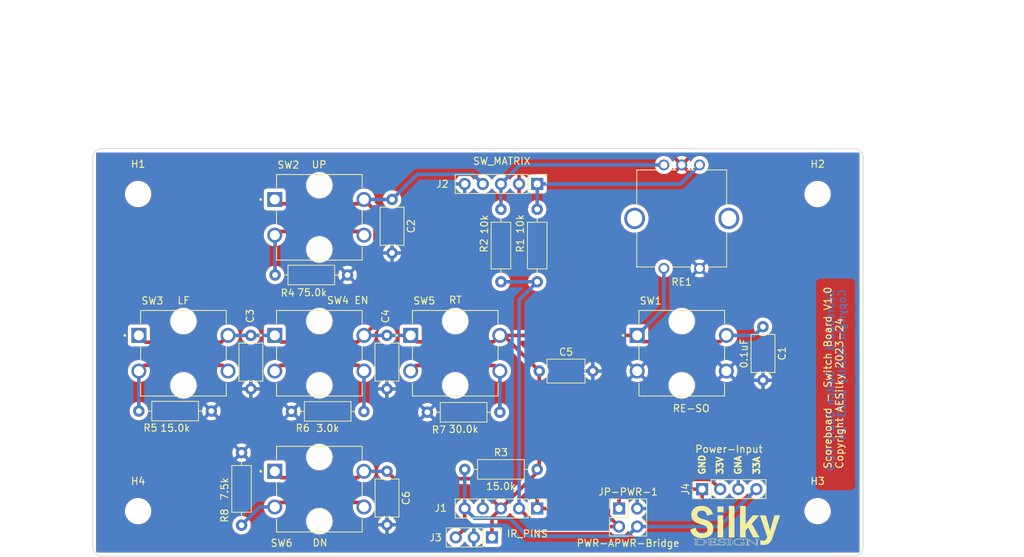
<source format=kicad_pcb>
(kicad_pcb (version 20221018) (generator pcbnew)
  (title_block (title "Portable Score Board - Linear Indicator Switches") (date "2024-06-23") (rev "1.0a") (company "AESilky") (comment 1 "Copyright 2023-24 AESilky") (comment 3 "a=Value/Silkscreen Changes Only") (comment 4 "Linear Indicator Switches for Score Board Assy"))
  (layers (0 "F.Cu" signal) (31 "B.Cu" signal) (34 "B.Paste" user) (35 "F.Paste" user) (36 "B.SilkS" user "B.Silkscreen") (37 "F.SilkS" user "F.Silkscreen") (38 "B.Mask" user) (39 "F.Mask" user) (44 "Edge.Cuts" user))
  (net 0 "")
  (net 1 "/SW_MTRX")
  (net 2 "GNDA")
  (net 3 "GND")
  (net 4 "+3.3V")
  (net 5 "+3.3VA")
  (net 6 "/RE_A")
  (net 7 "/RE_B")
  (net 8 "Net-(R4-Pad2)")
  (net 9 "Net-(R5-Pad2)")
  (net 10 "Net-(R6-Pad2)")
  (net 11 "Net-(R7-Pad2)")
  (net 12 "Net-(R8-Pad2)")
  (footprint "MountingHole:MountingHole_3.2mm_M3" (layer "F.Cu") (at 65.61 100.85)
    (fp_text reference "H1" (at 0 -4.2) (layer "F.SilkS"))
    (fp_text value "MountingHole")
    (pad "" np_thru_hole circle locked (at 0 0) (size 3.2 3.2) (drill 3.2) (layers "*.Cu" "*.Mask"))
  )
  (footprint "AES_Library:AES-SW_PUSH_TH_1P1T_12mm" (layer "F.Cu") (at 71.967 123.166)
    (fp_text reference "SW3" (at -4.35 -7.345) (layer "F.SilkS"))
    (fp_text value "LF" (at 0.016 -7.389) (layer "F.SilkS"))
    (fp_circle (center 0 -4.5) (end 1.85 -4.5) (stroke (width 0.05)) (fill none) (layer "Edge.Cuts"))
    (fp_circle (center 0 4.5) (end 1.85 4.5) (stroke (width 0.05)) (fill none) (layer "Edge.Cuts"))
    (pad "1" thru_hole rect locked (at -6.25 -2.5) (size 2.1 2.1) (drill 1.4) (layers "*.Cu" "*.Mask") (net 1 "/SW_MTRX"))
    (pad "2" thru_hole circle locked (at 6.25 -2.5) (size 2.1 2.1) (drill 1.4) (layers "*.Cu" "*.Mask") (net 1 "/SW_MTRX"))
    (pad "3" thru_hole circle locked (at -6.25 2.5) (size 2.1 2.1) (drill 1.4) (layers "*.Cu" "*.Mask") (net 9 "Net-(R5-Pad2)"))
    (pad "4" thru_hole circle locked (at 6.25 2.5) (size 2.1 2.1) (drill 1.4) (layers "*.Cu" "*.Mask") (net 9 "Net-(R5-Pad2)"))
  )
  (footprint "Resistor_THT:R_Axial_DIN0207_L6.3mm_D2.5mm_P10.16mm_Horizontal" (layer "F.Cu") (at 75.877 131.273 180)
    (fp_text reference "R5" (at 8.541 -2.361) (layer "F.SilkS"))
    (fp_text value "15.0k" (at 5.064 -2.378) (layer "F.SilkS"))
    (pad "1" thru_hole circle (at 0 0 180) (size 1.6 1.6) (drill 0.8) (layers "*.Cu" "*.Mask") (net 2 "GNDA"))
    (pad "2" thru_hole oval (at 10.16 0 180) (size 1.6 1.6) (drill 0.8) (layers "*.Cu" "*.Mask") (net 9 "Net-(R5-Pad2)"))
  )
  (footprint "AES_Library:AES-SW_PUSH_TH_1P1T_12mm" (layer "F.Cu") (at 91.017 104.116)
    (fp_text reference "SW2" (at -4.35 -7.345) (layer "F.SilkS"))
    (fp_text value "UP" (at -0.036 -7.386) (layer "F.SilkS"))
    (fp_circle (center 0 -4.5) (end 1.85 -4.5) (stroke (width 0.05)) (fill none) (layer "Edge.Cuts"))
    (fp_circle (center 0 4.5) (end 1.85 4.5) (stroke (width 0.05)) (fill none) (layer "Edge.Cuts"))
    (pad "1" thru_hole rect locked (at -6.25 -2.5) (size 2.1 2.1) (drill 1.4) (layers "*.Cu" "*.Mask") (net 1 "/SW_MTRX"))
    (pad "2" thru_hole circle locked (at 6.25 -2.5) (size 2.1 2.1) (drill 1.4) (layers "*.Cu" "*.Mask") (net 1 "/SW_MTRX"))
    (pad "3" thru_hole circle locked (at -6.25 2.5) (size 2.1 2.1) (drill 1.4) (layers "*.Cu" "*.Mask") (net 8 "Net-(R4-Pad2)"))
    (pad "4" thru_hole circle locked (at 6.25 2.5) (size 2.1 2.1) (drill 1.4) (layers "*.Cu" "*.Mask") (net 8 "Net-(R4-Pad2)"))
  )
  (footprint "AES_Library:AES-SW_PUSH_TH_1P1T_12mm" (layer "F.Cu") (at 110.067 123.166)
    (fp_text reference "SW5" (at -4.35 -7.345) (layer "F.SilkS"))
    (fp_text value "RT" (at 0.022 -7.459) (layer "F.SilkS"))
    (fp_circle (center 0 -4.5) (end 1.85 -4.5) (stroke (width 0.05)) (fill none) (layer "Edge.Cuts"))
    (fp_circle (center 0 4.5) (end 1.85 4.5) (stroke (width 0.05)) (fill none) (layer "Edge.Cuts"))
    (pad "1" thru_hole rect locked (at -6.25 -2.5) (size 2.1 2.1) (drill 1.4) (layers "*.Cu" "*.Mask") (net 1 "/SW_MTRX"))
    (pad "2" thru_hole circle locked (at 6.25 -2.5) (size 2.1 2.1) (drill 1.4) (layers "*.Cu" "*.Mask") (net 1 "/SW_MTRX"))
    (pad "3" thru_hole circle locked (at -6.25 2.5) (size 2.1 2.1) (drill 1.4) (layers "*.Cu" "*.Mask") (net 11 "Net-(R7-Pad2)"))
    (pad "4" thru_hole circle locked (at 6.25 2.5) (size 2.1 2.1) (drill 1.4) (layers "*.Cu" "*.Mask") (net 11 "Net-(R7-Pad2)"))
  )
  (footprint "Capacitor_THT:C_Axial_L5.1mm_D3.1mm_P7.50mm_Horizontal" (layer "F.Cu") (at 81.412 120.666 -90)
    (fp_text reference "C3" (at -2.725 0.104 90) (layer "F.SilkS"))
    (fp_text value "0.1uF" hide)
    (pad "1" thru_hole circle (at 0 0 270) (size 1.6 1.6) (drill 0.8) (layers "*.Cu" "*.Mask") (net 1 "/SW_MTRX"))
    (pad "2" thru_hole oval (at 7.5 0 270) (size 1.6 1.6) (drill 0.8) (layers "*.Cu" "*.Mask") (net 2 "GNDA"))
  )
  (footprint "Resistor_THT:R_Axial_DIN0207_L6.3mm_D2.5mm_P10.16mm_Horizontal" (layer "F.Cu") (at 94.969 112.199 180)
    (fp_text reference "R4" (at 8.382 -2.528) (layer "F.SilkS"))
    (fp_text value "75.0k" (at 4.975 -2.465) (layer "F.SilkS"))
    (pad "1" thru_hole circle (at 0 0 180) (size 1.6 1.6) (drill 0.8) (layers "*.Cu" "*.Mask") (net 2 "GNDA"))
    (pad "2" thru_hole oval (at 10.16 0 180) (size 1.6 1.6) (drill 0.8) (layers "*.Cu" "*.Mask") (net 8 "Net-(R4-Pad2)"))
  )
  (footprint "Resistor_THT:R_Axial_DIN0207_L6.3mm_D2.5mm_P10.16mm_Horizontal" (layer "F.Cu") (at 87.107 131.323)
    (fp_text reference "R6" (at 1.58 2.337) (layer "F.SilkS"))
    (fp_text value "3.0k" (at 5.08 2.37) (layer "F.SilkS"))
    (pad "1" thru_hole circle (at 0 0) (size 1.6 1.6) (drill 0.8) (layers "*.Cu" "*.Mask") (net 2 "GNDA"))
    (pad "2" thru_hole oval (at 10.16 0) (size 1.6 1.6) (drill 0.8) (layers "*.Cu" "*.Mask") (net 10 "Net-(R6-Pad2)"))
  )
  (footprint "Capacitor_THT:C_Axial_L5.1mm_D3.1mm_P7.50mm_Horizontal" (layer "F.Cu") (at 100.486 120.666 -90)
    (fp_text reference "C4" (at -2.686 0.2 90) (layer "F.SilkS"))
    (fp_text value "0.1uF" hide)
    (pad "1" thru_hole circle (at 0 0 270) (size 1.6 1.6) (drill 0.8) (layers "*.Cu" "*.Mask") (net 1 "/SW_MTRX"))
    (pad "2" thru_hole oval (at 7.5 0 270) (size 1.6 1.6) (drill 0.8) (layers "*.Cu" "*.Mask") (net 2 "GNDA"))
  )
  (footprint "Connector_PinHeader_2.54mm:PinHeader_2x02_P2.54mm_Vertical" (layer "F.Cu") (at 133.026 144.926)
    (fp_text reference "JP-PWR-1" (at 1.27 -2.33) (layer "F.SilkS"))
    (fp_text value "PWR-APWR-Bridge" (at 1.27 4.87) (layer "F.SilkS"))
    (pad "1" thru_hole rect (at 0 0) (size 1.7 1.7) (drill 1) (layers "*.Cu" "*.Mask") (net 3 "GND"))
    (pad "2" thru_hole oval (at 2.54 0) (size 1.7 1.7) (drill 1) (layers "*.Cu" "*.Mask") (net 2 "GNDA"))
    (pad "3" thru_hole oval (at 0 2.54) (size 1.7 1.7) (drill 1) (layers "*.Cu" "*.Mask") (net 4 "+3.3V"))
    (pad "4" thru_hole oval (at 2.54 2.54) (size 1.7 1.7) (drill 1) (layers "*.Cu" "*.Mask") (net 5 "+3.3VA"))
  )
  (footprint "MountingHole:MountingHole_3.2mm_M3" (layer "F.Cu") (at 160.86 100.85)
    (fp_text reference "H2" (at 0 -4.2) (layer "F.SilkS"))
    (fp_text value "MountingHole")
    (pad "" np_thru_hole circle locked (at 0 0) (size 3.2 3.2) (drill 3.2) (layers "*.Cu" "*.Mask"))
  )
  (footprint "AES_Library:AES-SW_PUSH_TH_1P1T_12mm" (layer "F.Cu") (at 91.017 142.216)
    (fp_text reference "SW6" (at -5.295 7.566) (layer "F.SilkS"))
    (fp_text value "DN" (at 0.093 7.526) (layer "F.SilkS"))
    (fp_circle (center 0 -4.5) (end 1.85 -4.5) (stroke (width 0.05)) (fill none) (layer "Edge.Cuts"))
    (fp_circle (center 0 4.5) (end 1.85 4.5) (stroke (width 0.05)) (fill none) (layer "Edge.Cuts"))
    (pad "1" thru_hole rect locked (at -6.25 -2.5) (size 2.1 2.1) (drill 1.4) (layers "*.Cu" "*.Mask") (net 1 "/SW_MTRX"))
    (pad "2" thru_hole circle locked (at 6.25 -2.5) (size 2.1 2.1) (drill 1.4) (layers "*.Cu" "*.Mask") (net 1 "/SW_MTRX"))
    (pad "3" thru_hole circle locked (at -6.25 2.5) (size 2.1 2.1) (drill 1.4) (layers "*.Cu" "*.Mask") (net 12 "Net-(R8-Pad2)"))
    (pad "4" thru_hole circle locked (at 6.25 2.5) (size 2.1 2.1) (drill 1.4) (layers "*.Cu" "*.Mask") (net 12 "Net-(R8-Pad2)"))
  )
  (footprint "Capacitor_THT:C_Axial_L5.1mm_D3.1mm_P7.50mm_Horizontal" (layer "F.Cu") (at 100.499 139.716 -90)
    (fp_text reference "C6" (at 3.75 -2.67 90) (layer "F.SilkS"))
    (fp_text value "0.1uF" hide)
    (pad "1" thru_hole circle (at 0 0 270) (size 1.6 1.6) (drill 0.8) (layers "*.Cu" "*.Mask") (net 1 "/SW_MTRX"))
    (pad "2" thru_hole oval (at 7.5 0 270) (size 1.6 1.6) (drill 0.8) (layers "*.Cu" "*.Mask") (net 2 "GNDA"))
  )
  (footprint "Capacitor_THT:C_Axial_L5.1mm_D3.1mm_P7.50mm_Horizontal" (layer "F.Cu") (at 153.202 119.451 -90)
    (fp_text reference "C1" (at 3.75 -2.67 -90) (layer "F.SilkS"))
    (fp_text value "0.1uF" (at 3.75 2.67 -90) (layer "F.SilkS"))
    (pad "1" thru_hole circle (at 0 0 270) (size 1.6 1.6) (drill 0.8) (layers "*.Cu" "*.Mask") (net 1 "/SW_MTRX"))
    (pad "2" thru_hole oval (at 7.5 0 270) (size 1.6 1.6) (drill 0.8) (layers "*.Cu" "*.Mask") (net 2 "GNDA"))
  )
  (footprint "AES_Library:SILKY-DESIGN-logo-0_50-AES" (layer "F.Cu") (at 149.342 147.35)
    (fp_text reference "G1" hide)
    (fp_text value "LOGO" hide)
  )
  (footprint "AES_Library:AES-SW_PUSH_TH_1P1T_12mm" (layer "F.Cu") (at 91.017 123.166)
    (fp_text reference "SW4" (at 2.609 -7.409) (layer "F.SilkS"))
    (fp_text value "EN" (at 5.896 -7.409) (layer "F.SilkS"))
    (fp_circle (center 0 -4.5) (end 1.85 -4.5) (stroke (width 0.05)) (fill none) (layer "Edge.Cuts"))
    (fp_circle (center 0 4.5) (end 1.85 4.5) (stroke (width 0.05)) (fill none) (layer "Edge.Cuts"))
    (pad "1" thru_hole rect locked (at -6.25 -2.5) (size 2.1 2.1) (drill 1.4) (layers "*.Cu" "*.Mask") (net 1 "/SW_MTRX"))
    (pad "2" thru_hole circle locked (at 6.25 -2.5) (size 2.1 2.1) (drill 1.4) (layers "*.Cu" "*.Mask") (net 1 "/SW_MTRX"))
    (pad "3" thru_hole circle locked (at -6.25 2.5) (size 2.1 2.1) (drill 1.4) (layers "*.Cu" "*.Mask") (net 10 "Net-(R6-Pad2)"))
    (pad "4" thru_hole circle locked (at 6.25 2.5) (size 2.1 2.1) (drill 1.4) (layers "*.Cu" "*.Mask") (net 10 "Net-(R6-Pad2)"))
  )
  (footprint "Resistor_THT:R_Axial_DIN0207_L6.3mm_D2.5mm_P10.16mm_Horizontal" (layer "F.Cu") (at 106.157 131.437)
    (fp_text reference "R7" (at 1.622 2.466) (layer "F.SilkS"))
    (fp_text value "30.0k" (at 5.08 2.37) (layer "F.SilkS"))
    (pad "1" thru_hole circle (at 0 0) (size 1.6 1.6) (drill 0.8) (layers "*.Cu" "*.Mask") (net 2 "GNDA"))
    (pad "2" thru_hole oval (at 10.16 0) (size 1.6 1.6) (drill 0.8) (layers "*.Cu" "*.Mask") (net 11 "Net-(R7-Pad2)"))
  )
  (footprint "Connector_PinHeader_2.54mm:PinHeader_1x04_P2.54mm_Vertical" (layer "F.Cu") (at 144.663 142.217 90)
    (fp_text reference "J4" (at 0 -2.33 90) (layer "F.SilkS"))
    (fp_text value "Power-Input" (at 5.613 3.771 180) (layer "F.SilkS"))
    (pad "1" thru_hole rect (at 0 0 90) (size 1.7 1.7) (drill 1) (layers "*.Cu" "*.Mask") (net 3 "GND"))
    (pad "2" thru_hole oval (at 0 2.54 90) (size 1.7 1.7) (drill 1) (layers "*.Cu" "*.Mask") (net 4 "+3.3V"))
    (pad "3" thru_hole oval (at 0 5.08 90) (size 1.7 1.7) (drill 1) (layers "*.Cu" "*.Mask") (net 2 "GNDA"))
    (pad "4" thru_hole oval (at 0 7.62 90) (size 1.7 1.7) (drill 1) (layers "*.Cu" "*.Mask") (net 5 "+3.3VA"))
  )
  (footprint "Resistor_THT:R_Axial_DIN0207_L6.3mm_D2.5mm_P10.16mm_Horizontal" (layer "F.Cu") (at 121.55 113.155 90)
    (fp_text reference "R1" (at 5.08 -2.37 90) (layer "F.SilkS"))
    (fp_text value "10k" (at 8.094 -2.386 90) (layer "F.SilkS"))
    (pad "1" thru_hole circle (at 0 0 90) (size 1.6 1.6) (drill 0.8) (layers "*.Cu" "*.Mask") (net 4 "+3.3V"))
    (pad "2" thru_hole oval (at 10.16 0 90) (size 1.6 1.6) (drill 0.8) (layers "*.Cu" "*.Mask") (net 6 "/RE_A"))
  )
  (footprint "Connector_PinHeader_2.54mm:PinHeader_1x05_P2.54mm_Vertical" (layer "F.Cu") (at 121.55 99.44 -90)
    (fp_text reference "J2" (at 0.017 13.292 -180) (layer "F.SilkS"))
    (fp_text value "SW_MATRIX" (at -3.201 4.96 180) (layer "F.SilkS"))
    (pad "1" thru_hole rect locked (at 0 0 270) (size 1.7 1.7) (drill 1) (layers "*.Cu" "*.Mask") (net 6 "/RE_A"))
    (pad "2" thru_hole oval locked (at 0 2.54 270) (size 1.7 1.7) (drill 1) (layers "*.Cu" "*.Mask") (net 3 "GND"))
    (pad "3" thru_hole oval locked (at 0 5.08 270) (size 1.7 1.7) (drill 1) (layers "*.Cu" "*.Mask") (net 7 "/RE_B"))
    (pad "4" thru_hole oval locked (at 0 7.62 270) (size 1.7 1.7) (drill 1) (layers "*.Cu" "*.Mask") (net 1 "/SW_MTRX"))
    (pad "5" thru_hole oval locked (at 0 10.16 270) (size 1.7 1.7) (drill 1) (layers "*.Cu" "*.Mask") (net 2 "GNDA"))
  )
  (footprint "Connector_PinHeader_2.54mm:PinHeader_1x03_P2.54mm_Vertical" (layer "F.Cu") (at 115.216 148.977 -90)
    (fp_text reference "J3" (at 0.046 7.914) (layer "F.SilkS"))
    (fp_text value "IR_CONN")
    (pad "1" thru_hole rect (at 0 0 270) (size 1.7 1.7) (drill 1) (layers "*.Cu" "*.Mask") (net 1 "/SW_MTRX"))
    (pad "2" thru_hole oval (at 0 2.54 270) (size 1.7 1.7) (drill 1) (layers "*.Cu" "*.Mask") (net 2 "GNDA"))
    (pad "3" thru_hole oval (at 0 5.08 270) (size 1.7 1.7) (drill 1) (layers "*.Cu" "*.Mask") (net 5 "+3.3VA"))
  )
  (footprint "Resistor_THT:R_Axial_DIN0207_L6.3mm_D2.5mm_P10.16mm_Horizontal" (layer "F.Cu") (at 111.39 139.451)
    (fp_text reference "R3" (at 5.08 -2.37) (layer "F.SilkS"))
    (fp_text value "15.0k" (at 5.08 2.37) (layer "F.SilkS"))
    (pad "1" thru_hole circle (at 0 0) (size 1.6 1.6) (drill 0.8) (layers "*.Cu" "*.Mask") (net 5 "+3.3VA"))
    (pad "2" thru_hole oval (at 10.16 0) (size 1.6 1.6) (drill 0.8) (layers "*.Cu" "*.Mask") (net 1 "/SW_MTRX"))
  )
  (footprint "MountingHole:MountingHole_3.2mm_M3" (layer "F.Cu") (at 160.86 145.3)
    (fp_text reference "H3" (at 0 -4.2) (layer "F.SilkS"))
    (fp_text value "MountingHole")
    (pad "" np_thru_hole circle locked (at 0 0) (size 3.2 3.2) (drill 3.2) (layers "*.Cu" "*.Mask"))
  )
  (footprint "AES_Library:AES-SW_PUSH_TH_1P1T_12mm" (layer "F.Cu") (at 141.816 123.166)
    (fp_text reference "SW1" (at -4.35 -7.345) (layer "F.SilkS"))
    (fp_text value "RE-SO" (at 1.325 7.735) (layer "F.SilkS"))
    (fp_circle (center 0 -4.5) (end 1.85 -4.5) (stroke (width 0.05)) (fill none) (layer "Edge.Cuts"))
    (fp_circle (center 0 4.5) (end 1.85 4.5) (stroke (width 0.05)) (fill none) (layer "Edge.Cuts"))
    (pad "1" thru_hole rect locked (at -6.25 -2.5) (size 2.1 2.1) (drill 1.4) (layers "*.Cu" "*.Mask") (net 1 "/SW_MTRX"))
    (pad "2" thru_hole circle locked (at 6.25 -2.5) (size 2.1 2.1) (drill 1.4) (layers "*.Cu" "*.Mask") (net 1 "/SW_MTRX"))
    (pad "3" thru_hole circle locked (at -6.25 2.5) (size 2.1 2.1) (drill 1.4) (layers "*.Cu" "*.Mask") (net 2 "GNDA"))
    (pad "4" thru_hole circle locked (at 6.25 2.5) (size 2.1 2.1) (drill 1.4) (layers "*.Cu" "*.Mask") (net 2 "GNDA"))
  )
  (footprint "Resistor_THT:R_Axial_DIN0207_L6.3mm_D2.5mm_P10.16mm_Horizontal" (layer "F.Cu") (at 116.47 113.155 90)
    (fp_text reference "R2" (at 5.08 -2.37 90) (layer "F.SilkS"))
    (fp_text value "10k" (at 8.035 -2.323 90) (layer "F.SilkS"))
    (pad "1" thru_hole circle (at 0 0 90) (size 1.6 1.6) (drill 0.8) (layers "*.Cu" "*.Mask") (net 4 "+3.3V"))
    (pad "2" thru_hole oval (at 10.16 0 90) (size 1.6 1.6) (drill 0.8) (layers "*.Cu" "*.Mask") (net 7 "/RE_B"))
  )
  (footprint "Capacitor_THT:C_Axial_L5.1mm_D3.1mm_P7.50mm_Horizontal" (layer "F.Cu") (at 101.205 101.616 -90)
    (fp_text reference "C2" (at 3.75 -2.67 90) (layer "F.SilkS"))
    (fp_text value "0.1uF" hide)
    (pad "1" thru_hole circle (at 0 0 270) (size 1.6 1.6) (drill 0.8) (layers "*.Cu" "*.Mask") (net 1 "/SW_MTRX"))
    (pad "2" thru_hole oval (at 7.5 0 270) (size 1.6 1.6) (drill 0.8) (layers "*.Cu" "*.Mask") (net 2 "GNDA"))
  )
  (footprint "Rotary_Encoder:RotaryEncoder_Bourns_Vertical_PEC12R-3xxxF-Sxxxx" (layer "F.Cu") (at 144.309 96.773 -90)
    (fp_text reference "RE1" (at 16.4 2.5) (layer "F.SilkS"))
    (fp_text value "RotEnc-SW")
    (pad "A" thru_hole circle locked (at 0 0 180) (size 1.524 1.524) (drill 1) (layers "*.Cu" "*.Mask") (net 6 "/RE_A"))
    (pad "B" thru_hole circle locked (at 0 5 180) (size 1.524 1.524) (drill 1) (layers "*.Cu" "*.Mask") (net 7 "/RE_B"))
    (pad "C" thru_hole circle locked (at 0 2.5 180) (size 1.524 1.524) (drill 1) (layers "*.Cu" "*.Mask") (net 3 "GND"))
    (pad "S1" thru_hole circle locked (at 14.5 0 180) (size 1.524 1.524) (drill 1) (layers "*.Cu" "*.Mask") (net 2 "GNDA"))
    (pad "S2" thru_hole circle locked (at 14.5 5 180) (size 1.524 1.524) (drill 1) (layers "*.Cu" "*.Mask") (net 1 "/SW_MTRX"))
    (pad "SH" thru_hole oval locked (at 7.5 -4.1 180) (size 2.9 3) (drill oval 2.1 2.2) (layers "*.Cu" "*.Mask"))
    (pad "SH" thru_hole oval locked (at 7.5 9.1 180) (size 2.9 3) (drill oval 2.1 2.2) (layers "*.Cu" "*.Mask"))
  )
  (footprint "Resistor_THT:R_Axial_DIN0207_L6.3mm_D2.5mm_P10.16mm_Horizontal" (layer "F.Cu") (at 80.111 137.103 -90)
    (fp_text reference "R8" (at 8.822 2.374 90) (layer "F.SilkS"))
    (fp_text value "7.5k" (at 5.08 2.37 90) (layer "F.SilkS"))
    (pad "1" thru_hole circle (at 0 0 270) (size 1.6 1.6) (drill 0.8) (layers "*.Cu" "*.Mask") (net 2 "GNDA"))
    (pad "2" thru_hole oval (at 10.16 0 270) (size 1.6 1.6) (drill 0.8) (layers "*.Cu" "*.Mask") (net 12 "Net-(R8-Pad2)"))
  )
  (footprint "Capacitor_THT:C_Axial_L5.1mm_D3.1mm_P7.50mm_Horizontal" (layer "F.Cu") (at 121.845 125.666)
    (fp_text reference "C5" (at 3.75 -2.67) (layer "F.SilkS"))
    (fp_text value "0.1uF" hide)
    (pad "1" thru_hole circle (at 0 0) (size 1.6 1.6) (drill 0.8) (layers "*.Cu" "*.Mask") (net 1 "/SW_MTRX"))
    (pad "2" thru_hole oval (at 7.5 0) (size 1.6 1.6) (drill 0.8) (layers "*.Cu" "*.Mask") (net 2 "GNDA"))
  )
  (footprint "Connector_PinHeader_2.54mm:PinHeader_1x05_P2.54mm_Vertical" (layer "F.Cu") (at 121.55 144.926 -90)
    (fp_text reference "J1" (at -0.063 13.518 -180) (layer "F.SilkS"))
    (fp_text value "IR_PINS" (at 3.54 1.388 180) (layer "F.SilkS"))
    (pad "1" thru_hole rect locked (at 0 0 270) (size 1.7 1.7) (drill 1) (layers "*.Cu" "*.Mask") (net 3 "GND"))
    (pad "2" thru_hole oval locked (at 0 2.54 270) (size 1.7 1.7) (drill 1) (layers "*.Cu" "*.Mask") (net 4 "+3.3V"))
    (pad "3" thru_hole oval locked (at 0 5.08 270) (size 1.7 1.7) (drill 1) (layers "*.Cu" "*.Mask") (net 1 "/SW_MTRX"))
    (pad "4" thru_hole oval locked (at 0 7.62 270) (size 1.7 1.7) (drill 1) (layers "*.Cu" "*.Mask") (net 2 "GNDA"))
    (pad "5" thru_hole oval locked (at 0 10.16 270) (size 1.7 1.7) (drill 1) (layers "*.Cu" "*.Mask") (net 5 "+3.3VA"))
  )
  (footprint "MountingHole:MountingHole_3.2mm_M3" (layer "F.Cu") (at 65.61 145.3)
    (fp_text reference "H4" (at 0 -4.2) (layer "F.SilkS"))
    (fp_text value "MountingHole")
    (pad "" np_thru_hole circle locked (at 0 0) (size 3.2 3.2) (drill 3.2) (layers "*.Cu" "*.Mask"))
  )
  (gr_line (start 59.26745 150.333506) (end 59.26745 95.767) (stroke (width 0.1)) (layer "Edge.Cuts"))
  (gr_arc (start 60.548 151.614056) (mid 59.642514 151.238992) (end 59.26745 150.333506) (stroke (width 0.1)) (layer "Edge.Cuts"))
  (gr_arc (start 165.975 94.493132) (mid 166.872319 94.864813) (end 167.244 95.762132) (stroke (width 0.1)) (layer "Edge.Cuts"))
  (gr_arc (start 167.241698 150.343642) (mid 166.87 151.241) (end 165.972642 151.612698) (stroke (width 0.1)) (layer "Edge.Cuts"))
  (gr_line (start 165.972642 151.612698) (end 60.544 151.614056) (stroke (width 0.1)) (layer "Edge.Cuts"))
  (gr_line (start 60.542318 94.492132) (end 165.975 94.493132) (stroke (width 0.1)) (layer "Edge.Cuts"))
  (gr_arc (start 59.26745 95.767) (mid 59.64085 94.865532) (end 60.542318 94.492132) (stroke (width 0.1)) (layer "Edge.Cuts"))
  (gr_line (start 167.244 95.762132) (end 167.241698 150.343642) (stroke (width 0.1)) (layer "Edge.Cuts"))
  (gr_text "Scoreboard - Switch Board V1.0\nCopyright AESilky 2023-24" (at 164.517 139.458 90) (layer "F.SilkS") (effects (font (size 1.016 1.016) (thickness 0.1524)) (justify left bottom)))
  (gr_text "33A" (at 152.311 140.286 90) (layer "F.SilkS") (effects (font (size 0.889 0.889) (thickness 0.22225) bold) (justify left)))
  (gr_text "GND" (at 144.662 140.286 90) (layer "F.SilkS") (effects (font (size 0.889 0.889) (thickness 0.22225) bold) (justify left)))
  (gr_text "33V" (at 147.164 140.286 90) (layer "F.SilkS") (effects (font (size 0.889 0.889) (thickness 0.22225) bold) (justify left)))
  (gr_text "GNA" (at 149.705 140.286 90) (layer "F.SilkS") (effects (font (size 0.889 0.889) (thickness 0.22225) bold) (justify left)))
  (gr_text_box "Scoreboard - Switch Board V1.0\nCopyright AESilky 2023-24" (start 161.274 141.7225) (end 165.475 113.3495) (angle 90) (layer "B.Cu") (effects (font (size 1.016 1.016) (thickness 0.1524)) (justify left top mirror)))
  (segment (start 84.767 139.716) (end 85.663 140.612) (width 0.508) (layer "F.Cu") (net 1))
  (segment (start 115.418 121.565) (end 116.317 120.666) (width 0.508) (layer "F.Cu") (net 1))
  (segment (start 96.657 102.226) (end 97.267 101.616) (width 0.508) (layer "F.Cu") (net 1))
  (segment (start 96.339 121.594) (end 97.267 120.666) (width 0.508) (layer "F.Cu") (net 1))
  (segment (start 119.59 120.666) (end 116.317 120.666) (width 0.508) (layer "F.Cu") (net 1))
  (segment (start 116.47 144.926) (end 112.303 140.759) (width 0.508) (layer "F.Cu") (net 1))
  (segment (start 121.55 139.846) (end 121.55 139.451) (width 0.508) (layer "F.Cu") (net 1))
  (segment (start 85.377 102.226) (end 96.657 102.226) (width 0.508) (layer "F.Cu") (net 1))
  (segment (start 84.767 120.666) (end 85.695 121.594) (width 0.508) (layer "F.Cu") (net 1))
  (segment (start 136.436 121.536) (end 147.196 121.536) (width 0.508) (layer "F.Cu") (net 1))
  (segment (start 116.845 120.666) (end 116.317 120.666) (width 0.508) (layer "F.Cu") (net 1))
  (segment (start 121.845 125.666) (end 121.845 139.156) (width 0.508) (layer "F.Cu") (net 1))
  (segment (start 98.825 103.174) (end 98.825 119.108) (width 0.508) (layer "F.Cu") (net 1))
  (segment (start 85.695 121.594) (end 96.339 121.594) (width 0.508) (layer "F.Cu") (net 1))
  (segment (start 121.845 125.666) (end 116.845 120.666) (width 0.508) (layer "F.Cu") (net 1))
  (segment (start 98.825 119.108) (end 97.267 120.666) (width 0.508) (layer "F.Cu") (net 1))
  (segment (start 66.674 121.623) (end 77.26 121.623) (width 0.508) (layer "F.Cu") (net 1))
  (segment (start 103.817 120.666) (end 104.716 121.565) (width 0.508) (layer "F.Cu") (net 1))
  (segment (start 77.26 121.623) (end 78.217 120.666) (width 0.508) (layer "F.Cu") (net 1))
  (segment (start 84.767 101.616) (end 85.377 102.226) (width 0.508) (layer "F.Cu") (net 1))
  (segment (start 115.216 146.18) (end 116.47 144.926) (width 0.508) (layer "F.Cu") (net 1))
  (segment (start 147.196 121.536) (end 148.066 120.666) (width 0.508) (layer "F.Cu") (net 1))
  (segment (start 116.47 144.926) (end 121.55 139.846) (width 0.508) (layer "F.Cu") (net 1))
  (segment (start 65.717 120.666) (end 66.674 121.623) (width 0.508) (layer "F.Cu") (net 1))
  (segment (start 112.303 140.759) (end 101.542 140.759) (width 0.508) (layer "F.Cu") (net 1))
  (segment (start 121.845 139.156) (end 121.55 139.451) (width 0.508) (layer "F.Cu") (net 1))
  (segment (start 101.542 140.759) (end 100.499 139.716) (width 0.508) (layer "F.Cu") (net 1))
  (segment (start 135.566 120.666) (end 136.436 121.536) (width 0.508) (layer "F.Cu") (net 1))
  (segment (start 85.663 140.612) (end 96.371 140.612) (width 0.508) (layer "F.Cu") (net 1))
  (segment (start 104.716 121.565) (end 115.418 121.565) (width 0.508) (layer "F.Cu") (net 1))
  (segment (start 97.267 101.616) (end 98.825 103.174) (width 0.508) (layer "F.Cu") (net 1))
  (segment (start 96.371 140.612) (end 97.267 139.716) (width 0.508) (layer "F.Cu") (net 1))
  (segment (start 135.566 120.666) (end 119.59 120.666) (width 0.508) (layer "F.Cu") (net 1))
  (segment (start 115.216 148.977) (end 115.216 146.18) (width 0.508) (layer "F.Cu") (net 1))
  (segment (start 104.739 98.082) (end 112.572 98.082) (width 0.508) (layer "B.Cu") (net 1))
  (segment (start 97.267 101.616) (end 101.205 101.616) (width 0.508) (layer "B.Cu") (net 1))
  (segment (start 78.217 120.666) (end 81.412 120.666) (width 0.508) (layer "B.Cu") (net 1))
  (segment (start 100.486 120.666) (end 103.817 120.666) (width 0.508) (layer "B.Cu") (net 1))
  (segment (start 139.309 116.923) (end 135.566 120.666) (width 0.508) (layer "B.Cu") (net 1))
  (segment (start 101.205 101.616) (end 104.739 98.082) (width 0.508) (layer "B.Cu") (net 1))
  (segment (start 81.412 120.666) (end 84.767 120.666) (width 0.508) (layer "B.Cu") (net 1))
  (segment (start 139.309 111.273) (end 139.309 116.923) (width 0.508) (layer "B.Cu") (net 1))
  (segment (start 100.499 139.716) (end 97.267 139.716) (width 0.508) (layer "B.Cu") (net 1))
  (segment (start 151.987 120.666) (end 153.202 119.451) (width 0.508) (layer "B.Cu") (net 1))
  (segment (start 112.572 98.082) (end 113.93 99.44) (width 0.508) (layer "B.Cu") (net 1))
  (segment (start 97.267 120.666) (end 100.486 120.666) (width 0.508) (layer "B.Cu") (net 1))
  (segment (start 148.066 120.666) (end 151.987 120.666) (width 0.508) (layer "B.Cu") (net 1))
  (segment (start 133.026 147.466) (end 121.55 147.466) (width 0.508) (layer "F.Cu") (net 4))
  (segment (start 145.845 140.859) (end 134.377 140.859) (width 0.508) (layer "F.Cu") (net 4))
  (segment (start 147.203 142.217) (end 145.845 140.859) (width 0.508) (layer "F.Cu") (net 4))
  (segment (start 121.55 147.466) (end 119.01 144.926) (width 0.508) (layer "F.Cu") (net 4))
  (segment (start 131.53 145.97) (end 133.026 147.466) (width 0.508) (layer "F.Cu") (net 4))
  (segment (start 134.377 140.859) (end 131.53 143.706) (width 0.508) (layer "F.Cu") (net 4))
  (segment (start 131.53 143.706) (end 131.53 145.97) (width 0.508) (layer "F.Cu") (net 4))
  (segment (start 119.01 115.695) (end 119.01 144.926) (width 0.508) (layer "B.Cu") (net 4))
  (segment (start 121.55 113.155) (end 119.01 115.695) (width 0.508) (layer "B.Cu") (net 4))
  (segment (start 116.47 113.155) (end 121.55 113.155) (width 0.508) (layer "B.Cu") (net 4))
  (segment (start 111.39 147.723) (end 110.136 148.977) (width 0.508) (layer "F.Cu") (net 5))
  (segment (start 111.39 144.926) (end 111.39 147.723) (width 0.508) (layer "F.Cu") (net 5))
  (segment (start 135.566 147.466) (end 134.208 148.824) (width 0.508) (layer "B.Cu") (net 5))
  (segment (start 152.283 142.217) (end 147.034 147.466) (width 0.508) (layer "B.Cu") (net 5))
  (segment (start 120.232 148.824) (end 117.692 146.284) (width 0.508) (layer "B.Cu") (net 5))
  (segment (start 112.748 146.284) (end 111.39 144.926) (width 0.508) (layer "B.Cu") (net 5))
  (segment (start 134.208 148.824) (end 120.232 148.824) (width 0.508) (layer "B.Cu") (net 5))
  (segment (start 147.034 147.466) (end 135.566 147.466) (width 0.508) (layer "B.Cu") (net 5))
  (segment (start 111.39 144.926) (end 111.39 139.451) (width 0.508) (layer "B.Cu") (net 5))
  (segment (start 117.692 146.284) (end 112.748 146.284) (width 0.508) (layer "B.Cu") (net 5))
  (segment (start 141.642 99.44) (end 121.55 99.44) (width 0.508) (layer "B.Cu") (net 6))
  (segment (start 121.55 102.995) (end 121.55 99.44) (width 0.508) (layer "B.Cu") (net 6))
  (segment (start 144.309 96.773) (end 141.642 99.44) (width 0.508) (layer "B.Cu") (net 6))
  (segment (start 116.47 99.44) (end 116.47 102.995) (width 0.508) (layer "B.Cu") (net 7))
  (segment (start 139.309 96.773) (end 119.137 96.773) (width 0.508) (layer "B.Cu") (net 7))
  (segment (start 119.137 96.773) (end 116.47 99.44) (width 0.508) (layer "B.Cu") (net 7))
  (segment (start 96.741 106.09) (end 97.267 106.616) (width 0.508) (layer "F.Cu") (net 8))
  (segment (start 85.293 106.09) (end 96.741 106.09) (width 0.508) (layer "F.Cu") (net 8))
  (segment (start 84.767 106.616) (end 85.293 106.09) (width 0.508) (layer "F.Cu") (net 8))
  (segment (start 84.809 112.199) (end 84.809 106.658) (width 0.508) (layer "B.Cu") (net 8))
  (segment (start 84.809 106.658) (end 84.767 106.616) (width 0.508) (layer "B.Cu") (net 8))
  (segment (start 77.412 124.861) (end 78.217 125.666) (width 0.508) (layer "F.Cu") (net 9))
  (segment (start 66.522 124.861) (end 77.412 124.861) (width 0.508) (layer "F.Cu") (net 9))
  (segment (start 65.717 125.666) (end 66.522 124.861) (width 0.508) (layer "F.Cu") (net 9))
  (segment (start 65.717 131.273) (end 65.717 125.666) (width 0.508) (layer "B.Cu") (net 9))
  (segment (start 85.572 124.861) (end 96.462 124.861) (width 0.508) (layer "F.Cu") (net 10))
  (segment (start 96.462 124.861) (end 97.267 125.666) (width 0.508) (layer "F.Cu") (net 10))
  (segment (start 84.767 125.666) (end 85.572 124.861) (width 0.508) (layer "F.Cu") (net 10))
  (segment (start 97.267 131.323) (end 97.267 125.666) (width 0.508) (layer "B.Cu") (net 10))
  (segment (start 103.817 125.666) (end 104.593 124.89) (width 0.508) (layer "F.Cu") (net 11))
  (segment (start 104.593 124.89) (end 115.541 124.89) (width 0.508) (layer "F.Cu") (net 11))
  (segment (start 115.541 124.89) (end 116.317 125.666) (width 0.508) (layer "F.Cu") (net 11))
  (segment (start 116.317 131.437) (end 116.317 125.666) (width 0.508) (layer "B.Cu") (net 11))
  (segment (start 84.767 144.716) (end 85.4 144.083) (width 0.508) (layer "F.Cu") (net 12))
  (segment (start 96.634 144.083) (end 97.267 144.716) (width 0.508) (layer "F.Cu") (net 12))
  (segment (start 85.4 144.083) (end 96.634 144.083) (width 0.508) (layer "F.Cu") (net 12))
  (segment (start 82.658 144.716) (end 80.111 147.263) (width 0.508) (layer "B.Cu") (net 12))
  (segment (start 84.767 144.716) (end 82.658 144.716) (width 0.508) (layer "B.Cu") (net 12))
  (zone (net 3) (net_name "GND") (layer "F.Cu") (priority 1) (connect_pads (clearance 0.5)) (min_thickness 0.25) (fill yes (thermal_gap 0.5) (thermal_bridge_width 0.5))
    (polygon (pts (xy 59.734 95.033) (xy 166.727 95.033) (xy 166.73 95.036) (xy 166.73 151.102) (xy 59.734 151.102)))
  )
  (zone (net 2) (net_name "GNDA") (layer "B.Cu") (connect_pads (clearance 0.5)) (min_thickness 0.25) (fill yes (thermal_gap 0.5) (thermal_bridge_width 0.5))
    (polygon (pts (xy 59.734 95.033) (xy 166.693 95.033) (xy 166.727 95.067) (xy 166.727 151.032) (xy 166.657 151.102) (xy 59.739 151.102) (xy 59.734 151.097)))
  )
)
</source>
